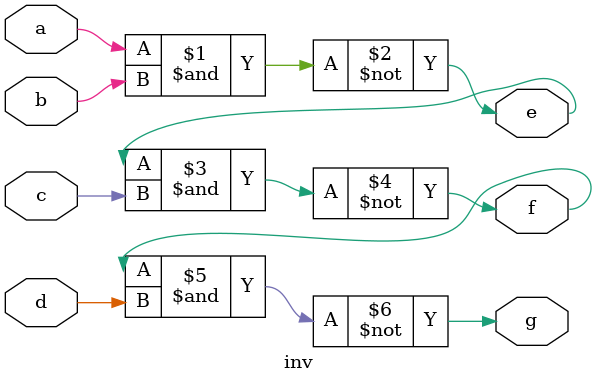
<source format=v>
`timescale 1ns / 1ps


module inv(
    input a,b ,c ,d,
    output e,f,g
    );
    assign e = ~(a&b);
    assign f = ~(e&c);
    assign g = ~(f&d);
endmodule

</source>
